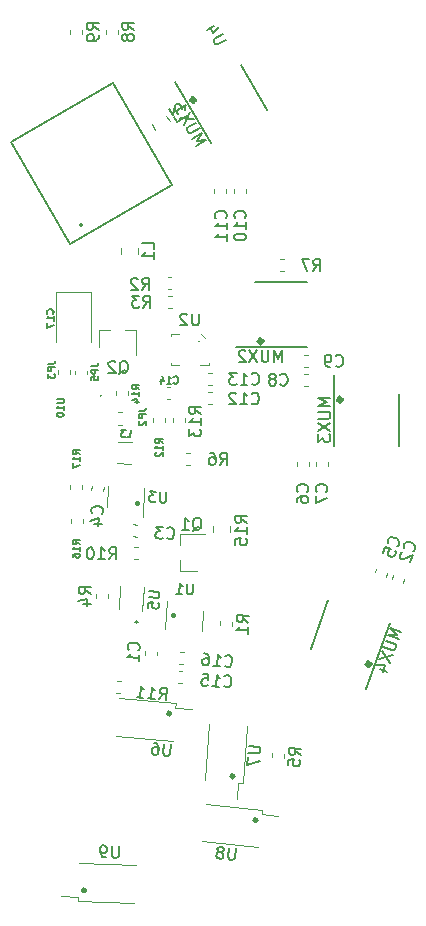
<source format=gbo>
G04 #@! TF.GenerationSoftware,KiCad,Pcbnew,(5.0.0)*
G04 #@! TF.CreationDate,2020-01-29T13:40:55+01:00*
G04 #@! TF.ProjectId,Insole_PCB,496E736F6C655F5043422E6B69636164,rev?*
G04 #@! TF.SameCoordinates,Original*
G04 #@! TF.FileFunction,Legend,Bot*
G04 #@! TF.FilePolarity,Positive*
%FSLAX46Y46*%
G04 Gerber Fmt 4.6, Leading zero omitted, Abs format (unit mm)*
G04 Created by KiCad (PCBNEW (5.0.0)) date 01/29/20 13:40:55*
%MOMM*%
%LPD*%
G01*
G04 APERTURE LIST*
%ADD10C,0.200000*%
%ADD11C,0.100000*%
%ADD12C,0.120000*%
%ADD13C,0.400000*%
%ADD14C,0.150000*%
%ADD15C,0.300000*%
G04 APERTURE END LIST*
D10*
G04 #@! TO.C,U2*
X196549453Y-166460707D02*
G75*
G03X196549453Y-166460707I0J0D01*
G01*
D11*
X194149453Y-165860707D02*
X194149453Y-166080707D01*
X194869453Y-165860707D02*
X194149453Y-165860707D01*
X194149453Y-168560707D02*
X194869453Y-168560707D01*
X194149453Y-168340707D02*
X194149453Y-168560707D01*
X197349453Y-168560707D02*
X197349453Y-168340707D01*
X197349453Y-168560707D02*
X196629453Y-168560707D01*
X197049453Y-166260707D02*
X196699453Y-165910707D01*
D12*
G04 #@! TO.C,C1*
X192969566Y-192783900D02*
X192946856Y-193108665D01*
X191952050Y-192712749D02*
X191929340Y-193037514D01*
G04 #@! TO.C,C2*
X213934370Y-186682175D02*
X213823023Y-186988099D01*
X212975883Y-186333315D02*
X212864536Y-186639239D01*
G04 #@! TO.C,C3*
X190983588Y-182012887D02*
X191308700Y-182029925D01*
X190930206Y-183031489D02*
X191255318Y-183048527D01*
G04 #@! TO.C,C4*
X188457566Y-178871900D02*
X188434856Y-179196665D01*
X187440050Y-178800749D02*
X187417340Y-179125514D01*
G04 #@! TO.C,C5*
X212484370Y-186132175D02*
X212373023Y-186438099D01*
X211525883Y-185783315D02*
X211414536Y-186089239D01*
G04 #@! TO.C,C6*
X204839453Y-177060986D02*
X204839453Y-176735428D01*
X205859453Y-177060986D02*
X205859453Y-176735428D01*
G04 #@! TO.C,C7*
X206439453Y-177073486D02*
X206439453Y-176747928D01*
X207459453Y-177073486D02*
X207459453Y-176747928D01*
G04 #@! TO.C,C8*
X205399174Y-169300707D02*
X205724732Y-169300707D01*
X205399174Y-170320707D02*
X205724732Y-170320707D01*
G04 #@! TO.C,C9*
X205399174Y-167700707D02*
X205724732Y-167700707D01*
X205399174Y-168720707D02*
X205724732Y-168720707D01*
G04 #@! TO.C,C10*
X199464453Y-153935986D02*
X199464453Y-153610428D01*
X200484453Y-153935986D02*
X200484453Y-153610428D01*
G04 #@! TO.C,C11*
X197839453Y-153948486D02*
X197839453Y-153622928D01*
X198859453Y-153948486D02*
X198859453Y-153622928D01*
G04 #@! TO.C,C12*
X197599732Y-171820707D02*
X197274174Y-171820707D01*
X197599732Y-170800707D02*
X197274174Y-170800707D01*
G04 #@! TO.C,C13*
X197599732Y-170220707D02*
X197274174Y-170220707D01*
X197599732Y-169200707D02*
X197274174Y-169200707D01*
G04 #@! TO.C,C14*
X193786674Y-170400707D02*
X194112232Y-170400707D01*
X193786674Y-171420707D02*
X194112232Y-171420707D01*
G04 #@! TO.C,L1*
X189909453Y-159116959D02*
X189909453Y-158594455D01*
X191329453Y-159116959D02*
X191329453Y-158594455D01*
G04 #@! TO.C,L2*
X192815201Y-148601958D02*
X192553949Y-148149456D01*
X194044957Y-147891958D02*
X193783705Y-147439456D01*
D13*
G04 #@! TO.C,MUX1*
X196165709Y-146088464D02*
G75*
G03X196165709Y-146088464I-158114J0D01*
G01*
D14*
X194537082Y-144541461D02*
X197524582Y-149715963D01*
X200109372Y-143142951D02*
X202309372Y-146953463D01*
D13*
G04 #@! TO.C,MUX2*
X201907567Y-166510707D02*
G75*
G03X201907567Y-166510707I-158114J0D01*
G01*
D14*
X199674453Y-167010707D02*
X205649453Y-167010707D01*
X201249453Y-161485707D02*
X205649453Y-161485707D01*
D13*
G04 #@! TO.C,MUX3*
X208607567Y-171460707D02*
G75*
G03X208607567Y-171460707I-158114J0D01*
G01*
D14*
X207949453Y-169385707D02*
X207949453Y-175360707D01*
X213474453Y-170960707D02*
X213474453Y-175360707D01*
D13*
G04 #@! TO.C,MUX4*
X211037426Y-193844831D02*
G75*
G03X211037426Y-193844831I-158114J0D01*
G01*
D14*
X210639466Y-195965703D02*
X212683037Y-190351040D01*
X205986346Y-192596026D02*
X207491235Y-188461378D01*
D12*
G04 #@! TO.C,Q2*
X188069453Y-165550707D02*
X188069453Y-167010707D01*
X191229453Y-165550707D02*
X191229453Y-167710707D01*
X191229453Y-165550707D02*
X190299453Y-165550707D01*
X188069453Y-165550707D02*
X188999453Y-165550707D01*
G04 #@! TO.C,R1*
X198312848Y-190530151D02*
X198329886Y-190205039D01*
X199331450Y-190583533D02*
X199348488Y-190258421D01*
G04 #@! TO.C,R2*
X193874174Y-161100707D02*
X194199732Y-161100707D01*
X193874174Y-162120707D02*
X194199732Y-162120707D01*
G04 #@! TO.C,R3*
X193886674Y-162700707D02*
X194212232Y-162700707D01*
X193886674Y-163720707D02*
X194212232Y-163720707D01*
G04 #@! TO.C,R4*
X188849453Y-187917928D02*
X188849453Y-188243486D01*
X187829453Y-187917928D02*
X187829453Y-188243486D01*
G04 #@! TO.C,R5*
X202729340Y-201737514D02*
X202752050Y-201412749D01*
X203746856Y-201808665D02*
X203769566Y-201483900D01*
G04 #@! TO.C,R6*
X195474174Y-176000707D02*
X195799732Y-176000707D01*
X195474174Y-177020707D02*
X195799732Y-177020707D01*
G04 #@! TO.C,R7*
X203386674Y-159550707D02*
X203712232Y-159550707D01*
X203386674Y-160570707D02*
X203712232Y-160570707D01*
G04 #@! TO.C,R8*
X188639453Y-140460986D02*
X188639453Y-140135428D01*
X189659453Y-140460986D02*
X189659453Y-140135428D01*
G04 #@! TO.C,R9*
X185639453Y-140473486D02*
X185639453Y-140147928D01*
X186659453Y-140473486D02*
X186659453Y-140147928D01*
G04 #@! TO.C,R10*
X191021174Y-183942707D02*
X191346732Y-183942707D01*
X191021174Y-184962707D02*
X191346732Y-184962707D01*
G04 #@! TO.C,R11*
X189851666Y-196332953D02*
X189527347Y-196304579D01*
X189940565Y-195316835D02*
X189616246Y-195288461D01*
G04 #@! TO.C,R12*
X192639453Y-173360986D02*
X192639453Y-173035428D01*
X193659453Y-173360986D02*
X193659453Y-173035428D01*
G04 #@! TO.C,R13*
X195359453Y-173047928D02*
X195359453Y-173373486D01*
X194339453Y-173047928D02*
X194339453Y-173373486D01*
G04 #@! TO.C,R14*
X189539453Y-171085986D02*
X189539453Y-170760428D01*
X190559453Y-171085986D02*
X190559453Y-170760428D01*
D13*
G04 #@! TO.C,U1*
X194321689Y-189661536D02*
G75*
G03X194321689Y-189661536I0J0D01*
G01*
D12*
X193695467Y-190910474D02*
X193822643Y-188483804D01*
X196853371Y-189313557D02*
X196761259Y-191071145D01*
D13*
G04 #@! TO.C,U3*
X191257217Y-180189878D02*
G75*
G03X191257217Y-180189878I0J0D01*
G01*
D12*
X191883439Y-178940940D02*
X191756263Y-181367610D01*
X188725535Y-180537857D02*
X188817647Y-178780269D01*
D15*
G04 #@! TO.C,U4*
X186575929Y-156638014D02*
G75*
G03X186575929Y-156638014I0J0D01*
G01*
D14*
X194282241Y-153285738D02*
X185621987Y-158285738D01*
X189282241Y-144625484D02*
X194282241Y-153285738D01*
X180621987Y-149625484D02*
X189282241Y-144625484D01*
X185621987Y-158285738D02*
X180621987Y-149625484D01*
D10*
G04 #@! TO.C,U5*
X191358234Y-190304665D02*
G75*
G02X191158722Y-190290713I-99756J6976D01*
G01*
X191158721Y-190290713D02*
G75*
G02X191358235Y-190304665I99757J-6976D01*
G01*
X191158722Y-190290713D02*
X191158722Y-190290713D01*
X191358235Y-190304665D02*
X191358235Y-190304665D01*
D11*
X189871645Y-187193386D02*
X189732132Y-189188515D01*
X191866774Y-187332899D02*
X191727261Y-189328028D01*
D13*
G04 #@! TO.C,U6*
X194069584Y-198028776D02*
G75*
G03X194069584Y-198028776I-70710J0D01*
G01*
D12*
X194300000Y-200323754D02*
X189518265Y-199905407D01*
X194578898Y-197135931D02*
X189797163Y-196717584D01*
X194544036Y-197534409D02*
X195938708Y-197656427D01*
X194578898Y-197135931D02*
X194544036Y-197534409D01*
D13*
G04 #@! TO.C,U7*
X199436042Y-203351420D02*
G75*
G03X199436042Y-203351420I-70710J0D01*
G01*
D12*
X197075959Y-203692553D02*
X197410790Y-198904245D01*
X200268164Y-203915774D02*
X200602995Y-199127466D01*
X199869139Y-203887871D02*
X199771480Y-205284461D01*
X200268164Y-203915774D02*
X199869139Y-203887871D01*
D13*
G04 #@! TO.C,U8*
X201377698Y-207062872D02*
G75*
G03X201377698Y-207062872I-70710J0D01*
G01*
D12*
X201568015Y-209362756D02*
X196794310Y-208861019D01*
X201902506Y-206180285D02*
X197128801Y-205678549D01*
X201860694Y-206578094D02*
X203253025Y-206724434D01*
X201902506Y-206180285D02*
X201860694Y-206578094D01*
D13*
G04 #@! TO.C,U9*
X186868637Y-213004002D02*
G75*
G03X186868637Y-213004002I-70711J0D01*
G01*
D12*
X186377103Y-210727929D02*
X191174179Y-210895447D01*
X186265425Y-213925980D02*
X191062501Y-214093497D01*
X186279385Y-213526223D02*
X184880237Y-213477364D01*
X186265425Y-213925980D02*
X186279385Y-213526223D01*
G04 #@! TO.C,C15*
X194808228Y-194395527D02*
X195132993Y-194418237D01*
X194737077Y-195413043D02*
X195061842Y-195435753D01*
G04 #@! TO.C,C16*
X194927647Y-192825593D02*
X195252412Y-192848303D01*
X194856496Y-193843109D02*
X195181261Y-193865819D01*
G04 #@! TO.C,C17*
X187409453Y-162340707D02*
X187409453Y-166550707D01*
X184389453Y-162340707D02*
X187409453Y-162340707D01*
X184389453Y-166550707D02*
X184389453Y-162340707D01*
G04 #@! TO.C,L3*
X190872318Y-175073464D02*
X189669840Y-175010445D01*
X190777066Y-176890969D02*
X189574588Y-176827950D01*
G04 #@! TO.C,Q1*
X194889453Y-185950707D02*
X194889453Y-185020707D01*
X194889453Y-182790707D02*
X194889453Y-183720707D01*
X194889453Y-182790707D02*
X197049453Y-182790707D01*
X194889453Y-185950707D02*
X196349453Y-185950707D01*
G04 #@! TO.C,R15*
X197729453Y-182174629D02*
X197729453Y-182691785D01*
X199149453Y-182174629D02*
X199149453Y-182691785D01*
G04 #@! TO.C,JP2*
X189982232Y-172540707D02*
X189656674Y-172540707D01*
X189982232Y-173560707D02*
X189656674Y-173560707D01*
G04 #@! TO.C,JP3*
X185589453Y-169303486D02*
X185589453Y-168977928D01*
X184569453Y-169303486D02*
X184569453Y-168977928D01*
G04 #@! TO.C,JP5*
X186059453Y-169323486D02*
X186059453Y-168997928D01*
X187079453Y-169323486D02*
X187079453Y-168997928D01*
G04 #@! TO.C,R16*
X185659453Y-181567928D02*
X185659453Y-181893486D01*
X186679453Y-181567928D02*
X186679453Y-181893486D01*
G04 #@! TO.C,R17*
X185649453Y-179033486D02*
X185649453Y-178707928D01*
X186669453Y-179033486D02*
X186669453Y-178707928D01*
D10*
G04 #@! TO.C,U10*
X188233453Y-171138707D02*
G75*
G03X188233453Y-171138707I-25000J0D01*
G01*
G04 #@! TO.C,U2*
D14*
X196511357Y-164163087D02*
X196511357Y-164972611D01*
X196463738Y-165067849D01*
X196416119Y-165115468D01*
X196320881Y-165163087D01*
X196130405Y-165163087D01*
X196035167Y-165115468D01*
X195987548Y-165067849D01*
X195939929Y-164972611D01*
X195939929Y-164163087D01*
X195511357Y-164258326D02*
X195463738Y-164210707D01*
X195368500Y-164163087D01*
X195130405Y-164163087D01*
X195035167Y-164210707D01*
X194987548Y-164258326D01*
X194939929Y-164353564D01*
X194939929Y-164448802D01*
X194987548Y-164591659D01*
X195558976Y-165163087D01*
X194939929Y-165163087D01*
G04 #@! TO.C,C1*
X191390834Y-192669607D02*
X191441659Y-192625426D01*
X191499128Y-192486238D01*
X191505771Y-192391232D01*
X191468233Y-192245401D01*
X191379871Y-192143752D01*
X191288186Y-192089605D01*
X191101496Y-192028815D01*
X190958987Y-192018850D01*
X190765653Y-192053066D01*
X190667325Y-192093926D01*
X190565675Y-192182288D01*
X190508207Y-192321476D01*
X190501563Y-192416482D01*
X190539101Y-192562313D01*
X190583283Y-192613137D01*
X191419406Y-193626311D02*
X191459267Y-193056275D01*
X191439336Y-193341293D02*
X190441772Y-193271537D01*
X190590925Y-193186496D01*
X190692574Y-193098133D01*
X190746721Y-193006449D01*
G04 #@! TO.C,C2*
X214642060Y-184276241D02*
X214703094Y-184247781D01*
X214796702Y-184129825D01*
X214829275Y-184040331D01*
X214833388Y-183889802D01*
X214776467Y-183767734D01*
X214703259Y-183690414D01*
X214540556Y-183580520D01*
X214406314Y-183531660D01*
X214211039Y-183511260D01*
X214105257Y-183523434D01*
X213983190Y-183580356D01*
X213889582Y-183698311D01*
X213857009Y-183787805D01*
X213852896Y-183938334D01*
X213881357Y-183999368D01*
X213751063Y-184357346D02*
X213690029Y-184385806D01*
X213612709Y-184459014D01*
X213531276Y-184682751D01*
X213543449Y-184788532D01*
X213571910Y-184849566D01*
X213645118Y-184926886D01*
X213734612Y-184959460D01*
X213885141Y-184963572D01*
X214617548Y-184622045D01*
X214405821Y-185203760D01*
G04 #@! TO.C,C3*
X193787199Y-183156083D02*
X193832261Y-183206129D01*
X193972430Y-183261159D01*
X194067538Y-183266143D01*
X194212691Y-183226066D01*
X194312783Y-183135943D01*
X194365321Y-183043327D01*
X194422844Y-182855605D01*
X194430320Y-182712943D01*
X194392735Y-182520236D01*
X194350166Y-182422636D01*
X194260043Y-182322544D01*
X194119874Y-182267514D01*
X194024766Y-182262529D01*
X193879613Y-182302607D01*
X193829567Y-182347668D01*
X193501674Y-182235115D02*
X192883475Y-182202717D01*
X193196414Y-182600592D01*
X193053753Y-182593116D01*
X192956153Y-182635685D01*
X192906107Y-182680747D01*
X192853569Y-182773362D01*
X192841108Y-183011131D01*
X192883677Y-183108731D01*
X192928739Y-183158777D01*
X193021354Y-183211315D01*
X193306677Y-183226268D01*
X193404277Y-183183699D01*
X193454323Y-183138637D01*
G04 #@! TO.C,C4*
X188305351Y-181143359D02*
X188356176Y-181099178D01*
X188413645Y-180959990D01*
X188420288Y-180864984D01*
X188382750Y-180719153D01*
X188294388Y-180617504D01*
X188202703Y-180563357D01*
X188016013Y-180502567D01*
X187873504Y-180492602D01*
X187680170Y-180526818D01*
X187581842Y-180567678D01*
X187480192Y-180656040D01*
X187422724Y-180795228D01*
X187416080Y-180890234D01*
X187453618Y-181036065D01*
X187497800Y-181086889D01*
X187675524Y-181958553D02*
X188340566Y-182005057D01*
X187312108Y-181694464D02*
X188041262Y-181506775D01*
X187998080Y-182124314D01*
G04 #@! TO.C,C5*
X213292060Y-183876241D02*
X213353094Y-183847781D01*
X213446702Y-183729825D01*
X213479275Y-183640331D01*
X213483388Y-183489802D01*
X213426467Y-183367734D01*
X213353259Y-183290414D01*
X213190556Y-183180520D01*
X213056314Y-183131660D01*
X212861039Y-183111260D01*
X212755257Y-183123434D01*
X212633190Y-183180356D01*
X212539582Y-183298311D01*
X212507009Y-183387805D01*
X212502896Y-183538334D01*
X212531357Y-183599368D01*
X212132415Y-184416992D02*
X212295282Y-183969520D01*
X212759042Y-184087639D01*
X212698008Y-184116100D01*
X212620687Y-184189308D01*
X212539254Y-184413044D01*
X212551428Y-184518825D01*
X212579888Y-184579859D01*
X212653096Y-184657180D01*
X212876832Y-184738613D01*
X212982614Y-184726439D01*
X213043648Y-184697979D01*
X213120968Y-184624771D01*
X213202401Y-184401034D01*
X213190228Y-184295253D01*
X213161767Y-184234219D01*
G04 #@! TO.C,C6*
X205706595Y-179244040D02*
X205754214Y-179196421D01*
X205801833Y-179053564D01*
X205801833Y-178958326D01*
X205754214Y-178815468D01*
X205658976Y-178720230D01*
X205563738Y-178672611D01*
X205373262Y-178624992D01*
X205230405Y-178624992D01*
X205039929Y-178672611D01*
X204944691Y-178720230D01*
X204849453Y-178815468D01*
X204801833Y-178958326D01*
X204801833Y-179053564D01*
X204849453Y-179196421D01*
X204897072Y-179244040D01*
X204801833Y-180101183D02*
X204801833Y-179910707D01*
X204849453Y-179815468D01*
X204897072Y-179767849D01*
X205039929Y-179672611D01*
X205230405Y-179624992D01*
X205611357Y-179624992D01*
X205706595Y-179672611D01*
X205754214Y-179720230D01*
X205801833Y-179815468D01*
X205801833Y-180005945D01*
X205754214Y-180101183D01*
X205706595Y-180148802D01*
X205611357Y-180196421D01*
X205373262Y-180196421D01*
X205278024Y-180148802D01*
X205230405Y-180101183D01*
X205182786Y-180005945D01*
X205182786Y-179815468D01*
X205230405Y-179720230D01*
X205278024Y-179672611D01*
X205373262Y-179624992D01*
G04 #@! TO.C,C7*
X207306595Y-179244040D02*
X207354214Y-179196421D01*
X207401833Y-179053564D01*
X207401833Y-178958326D01*
X207354214Y-178815468D01*
X207258976Y-178720230D01*
X207163738Y-178672611D01*
X206973262Y-178624992D01*
X206830405Y-178624992D01*
X206639929Y-178672611D01*
X206544691Y-178720230D01*
X206449453Y-178815468D01*
X206401833Y-178958326D01*
X206401833Y-179053564D01*
X206449453Y-179196421D01*
X206497072Y-179244040D01*
X206401833Y-179577373D02*
X206401833Y-180244040D01*
X207401833Y-179815468D01*
G04 #@! TO.C,C8*
X203416119Y-170167849D02*
X203463738Y-170215468D01*
X203606595Y-170263087D01*
X203701833Y-170263087D01*
X203844691Y-170215468D01*
X203939929Y-170120230D01*
X203987548Y-170024992D01*
X204035167Y-169834516D01*
X204035167Y-169691659D01*
X203987548Y-169501183D01*
X203939929Y-169405945D01*
X203844691Y-169310707D01*
X203701833Y-169263087D01*
X203606595Y-169263087D01*
X203463738Y-169310707D01*
X203416119Y-169358326D01*
X202844691Y-169691659D02*
X202939929Y-169644040D01*
X202987548Y-169596421D01*
X203035167Y-169501183D01*
X203035167Y-169453564D01*
X202987548Y-169358326D01*
X202939929Y-169310707D01*
X202844691Y-169263087D01*
X202654214Y-169263087D01*
X202558976Y-169310707D01*
X202511357Y-169358326D01*
X202463738Y-169453564D01*
X202463738Y-169501183D01*
X202511357Y-169596421D01*
X202558976Y-169644040D01*
X202654214Y-169691659D01*
X202844691Y-169691659D01*
X202939929Y-169739278D01*
X202987548Y-169786897D01*
X203035167Y-169882135D01*
X203035167Y-170072611D01*
X202987548Y-170167849D01*
X202939929Y-170215468D01*
X202844691Y-170263087D01*
X202654214Y-170263087D01*
X202558976Y-170215468D01*
X202511357Y-170167849D01*
X202463738Y-170072611D01*
X202463738Y-169882135D01*
X202511357Y-169786897D01*
X202558976Y-169739278D01*
X202654214Y-169691659D01*
G04 #@! TO.C,C9*
X208116119Y-168567849D02*
X208163738Y-168615468D01*
X208306595Y-168663087D01*
X208401833Y-168663087D01*
X208544691Y-168615468D01*
X208639929Y-168520230D01*
X208687548Y-168424992D01*
X208735167Y-168234516D01*
X208735167Y-168091659D01*
X208687548Y-167901183D01*
X208639929Y-167805945D01*
X208544691Y-167710707D01*
X208401833Y-167663087D01*
X208306595Y-167663087D01*
X208163738Y-167710707D01*
X208116119Y-167758326D01*
X207639929Y-168663087D02*
X207449453Y-168663087D01*
X207354214Y-168615468D01*
X207306595Y-168567849D01*
X207211357Y-168424992D01*
X207163738Y-168234516D01*
X207163738Y-167853564D01*
X207211357Y-167758326D01*
X207258976Y-167710707D01*
X207354214Y-167663087D01*
X207544691Y-167663087D01*
X207639929Y-167710707D01*
X207687548Y-167758326D01*
X207735167Y-167853564D01*
X207735167Y-168091659D01*
X207687548Y-168186897D01*
X207639929Y-168234516D01*
X207544691Y-168282135D01*
X207354214Y-168282135D01*
X207258976Y-168234516D01*
X207211357Y-168186897D01*
X207163738Y-168091659D01*
G04 #@! TO.C,C10*
X200406595Y-156067849D02*
X200454214Y-156020230D01*
X200501833Y-155877373D01*
X200501833Y-155782135D01*
X200454214Y-155639278D01*
X200358976Y-155544040D01*
X200263738Y-155496421D01*
X200073262Y-155448802D01*
X199930405Y-155448802D01*
X199739929Y-155496421D01*
X199644691Y-155544040D01*
X199549453Y-155639278D01*
X199501833Y-155782135D01*
X199501833Y-155877373D01*
X199549453Y-156020230D01*
X199597072Y-156067849D01*
X200501833Y-157020230D02*
X200501833Y-156448802D01*
X200501833Y-156734516D02*
X199501833Y-156734516D01*
X199644691Y-156639278D01*
X199739929Y-156544040D01*
X199787548Y-156448802D01*
X199501833Y-157639278D02*
X199501833Y-157734516D01*
X199549453Y-157829754D01*
X199597072Y-157877373D01*
X199692310Y-157924992D01*
X199882786Y-157972611D01*
X200120881Y-157972611D01*
X200311357Y-157924992D01*
X200406595Y-157877373D01*
X200454214Y-157829754D01*
X200501833Y-157734516D01*
X200501833Y-157639278D01*
X200454214Y-157544040D01*
X200406595Y-157496421D01*
X200311357Y-157448802D01*
X200120881Y-157401183D01*
X199882786Y-157401183D01*
X199692310Y-157448802D01*
X199597072Y-157496421D01*
X199549453Y-157544040D01*
X199501833Y-157639278D01*
G04 #@! TO.C,C11*
X198781595Y-156092849D02*
X198829214Y-156045230D01*
X198876833Y-155902373D01*
X198876833Y-155807135D01*
X198829214Y-155664278D01*
X198733976Y-155569040D01*
X198638738Y-155521421D01*
X198448262Y-155473802D01*
X198305405Y-155473802D01*
X198114929Y-155521421D01*
X198019691Y-155569040D01*
X197924453Y-155664278D01*
X197876833Y-155807135D01*
X197876833Y-155902373D01*
X197924453Y-156045230D01*
X197972072Y-156092849D01*
X198876833Y-157045230D02*
X198876833Y-156473802D01*
X198876833Y-156759516D02*
X197876833Y-156759516D01*
X198019691Y-156664278D01*
X198114929Y-156569040D01*
X198162548Y-156473802D01*
X198876833Y-157997611D02*
X198876833Y-157426183D01*
X198876833Y-157711897D02*
X197876833Y-157711897D01*
X198019691Y-157616659D01*
X198114929Y-157521421D01*
X198162548Y-157426183D01*
G04 #@! TO.C,C12*
X200992310Y-171767849D02*
X201039929Y-171815468D01*
X201182786Y-171863087D01*
X201278024Y-171863087D01*
X201420881Y-171815468D01*
X201516119Y-171720230D01*
X201563738Y-171624992D01*
X201611357Y-171434516D01*
X201611357Y-171291659D01*
X201563738Y-171101183D01*
X201516119Y-171005945D01*
X201420881Y-170910707D01*
X201278024Y-170863087D01*
X201182786Y-170863087D01*
X201039929Y-170910707D01*
X200992310Y-170958326D01*
X200039929Y-171863087D02*
X200611357Y-171863087D01*
X200325643Y-171863087D02*
X200325643Y-170863087D01*
X200420881Y-171005945D01*
X200516119Y-171101183D01*
X200611357Y-171148802D01*
X199658976Y-170958326D02*
X199611357Y-170910707D01*
X199516119Y-170863087D01*
X199278024Y-170863087D01*
X199182786Y-170910707D01*
X199135167Y-170958326D01*
X199087548Y-171053564D01*
X199087548Y-171148802D01*
X199135167Y-171291659D01*
X199706595Y-171863087D01*
X199087548Y-171863087D01*
G04 #@! TO.C,C13*
X201002310Y-170097849D02*
X201049929Y-170145468D01*
X201192786Y-170193087D01*
X201288024Y-170193087D01*
X201430881Y-170145468D01*
X201526119Y-170050230D01*
X201573738Y-169954992D01*
X201621357Y-169764516D01*
X201621357Y-169621659D01*
X201573738Y-169431183D01*
X201526119Y-169335945D01*
X201430881Y-169240707D01*
X201288024Y-169193087D01*
X201192786Y-169193087D01*
X201049929Y-169240707D01*
X201002310Y-169288326D01*
X200049929Y-170193087D02*
X200621357Y-170193087D01*
X200335643Y-170193087D02*
X200335643Y-169193087D01*
X200430881Y-169335945D01*
X200526119Y-169431183D01*
X200621357Y-169478802D01*
X199716595Y-169193087D02*
X199097548Y-169193087D01*
X199430881Y-169574040D01*
X199288024Y-169574040D01*
X199192786Y-169621659D01*
X199145167Y-169669278D01*
X199097548Y-169764516D01*
X199097548Y-170002611D01*
X199145167Y-170097849D01*
X199192786Y-170145468D01*
X199288024Y-170193087D01*
X199573738Y-170193087D01*
X199668976Y-170145468D01*
X199716595Y-170097849D01*
G04 #@! TO.C,C14*
X194375167Y-170034992D02*
X194403738Y-170063564D01*
X194489453Y-170092135D01*
X194546595Y-170092135D01*
X194632310Y-170063564D01*
X194689453Y-170006421D01*
X194718024Y-169949278D01*
X194746595Y-169834992D01*
X194746595Y-169749278D01*
X194718024Y-169634992D01*
X194689453Y-169577849D01*
X194632310Y-169520707D01*
X194546595Y-169492135D01*
X194489453Y-169492135D01*
X194403738Y-169520707D01*
X194375167Y-169549278D01*
X193803738Y-170092135D02*
X194146595Y-170092135D01*
X193975167Y-170092135D02*
X193975167Y-169492135D01*
X194032310Y-169577849D01*
X194089453Y-169634992D01*
X194146595Y-169663564D01*
X193289453Y-169692135D02*
X193289453Y-170092135D01*
X193432310Y-169463564D02*
X193575167Y-169892135D01*
X193203738Y-169892135D01*
G04 #@! TO.C,L1*
X192721833Y-158689040D02*
X192721833Y-158212849D01*
X191721833Y-158212849D01*
X192721833Y-159546183D02*
X192721833Y-158974754D01*
X192721833Y-159260468D02*
X191721833Y-159260468D01*
X191864691Y-159165230D01*
X191959929Y-159069992D01*
X192007548Y-158974754D01*
G04 #@! TO.C,L2*
X194419954Y-147566235D02*
X194658050Y-147978628D01*
X195524075Y-147478628D01*
X195060644Y-146866418D02*
X195078074Y-146801369D01*
X195071694Y-146695081D01*
X194952647Y-146488884D01*
X194863788Y-146430215D01*
X194798739Y-146412785D01*
X194692451Y-146419165D01*
X194609973Y-146466784D01*
X194510064Y-146579452D01*
X194300907Y-147360038D01*
X193991383Y-146823927D01*
G04 #@! TO.C,MUX1*
X196288051Y-149978991D02*
X197154076Y-149478991D01*
X196368820Y-149547458D01*
X196820743Y-148901640D01*
X195954718Y-149401640D01*
X196582648Y-148489247D02*
X195881580Y-148894009D01*
X195775292Y-148900389D01*
X195710243Y-148882959D01*
X195621384Y-148824290D01*
X195526146Y-148659333D01*
X195519767Y-148553045D01*
X195537196Y-148487996D01*
X195595865Y-148399137D01*
X196296934Y-147994376D01*
X196106457Y-147664461D02*
X194907099Y-147587111D01*
X195773124Y-147087111D02*
X195240432Y-148164461D01*
X194454718Y-146803564D02*
X194740432Y-147298436D01*
X194597575Y-147051000D02*
X195463600Y-146551000D01*
X195387501Y-146704907D01*
X195352642Y-146835005D01*
X195359022Y-146941293D01*
G04 #@! TO.C,MUX2*
X203558976Y-168263087D02*
X203558976Y-167263087D01*
X203225643Y-167977373D01*
X202892310Y-167263087D01*
X202892310Y-168263087D01*
X202416119Y-167263087D02*
X202416119Y-168072611D01*
X202368500Y-168167849D01*
X202320881Y-168215468D01*
X202225643Y-168263087D01*
X202035167Y-168263087D01*
X201939929Y-168215468D01*
X201892310Y-168167849D01*
X201844691Y-168072611D01*
X201844691Y-167263087D01*
X201463738Y-167263087D02*
X200797072Y-168263087D01*
X200797072Y-167263087D02*
X201463738Y-168263087D01*
X200463738Y-167358326D02*
X200416119Y-167310707D01*
X200320881Y-167263087D01*
X200082786Y-167263087D01*
X199987548Y-167310707D01*
X199939929Y-167358326D01*
X199892310Y-167453564D01*
X199892310Y-167548802D01*
X199939929Y-167691659D01*
X200511357Y-168263087D01*
X199892310Y-168263087D01*
G04 #@! TO.C,MUX3*
X207651833Y-171351183D02*
X206651833Y-171351183D01*
X207366119Y-171684516D01*
X206651833Y-172017849D01*
X207651833Y-172017849D01*
X206651833Y-172494040D02*
X207461357Y-172494040D01*
X207556595Y-172541659D01*
X207604214Y-172589278D01*
X207651833Y-172684516D01*
X207651833Y-172874992D01*
X207604214Y-172970230D01*
X207556595Y-173017849D01*
X207461357Y-173065468D01*
X206651833Y-173065468D01*
X206651833Y-173446421D02*
X207651833Y-174113087D01*
X206651833Y-174113087D02*
X207651833Y-173446421D01*
X206651833Y-174398802D02*
X206651833Y-175017849D01*
X207032786Y-174684516D01*
X207032786Y-174827373D01*
X207080405Y-174922611D01*
X207128024Y-174970230D01*
X207223262Y-175017849D01*
X207461357Y-175017849D01*
X207556595Y-174970230D01*
X207604214Y-174922611D01*
X207651833Y-174827373D01*
X207651833Y-174541659D01*
X207604214Y-174446421D01*
X207556595Y-174398802D01*
G04 #@! TO.C,MUX4*
X213679354Y-191129206D02*
X212739662Y-190787186D01*
X213296864Y-191344717D01*
X212511648Y-191413647D01*
X213451341Y-191755667D01*
X212348781Y-191861120D02*
X213109485Y-192137993D01*
X213182693Y-192215314D01*
X213211153Y-192276348D01*
X213223327Y-192382129D01*
X213158181Y-192561118D01*
X213080860Y-192634326D01*
X213019826Y-192662787D01*
X212914045Y-192674961D01*
X212153341Y-192398087D01*
X212023048Y-192756065D02*
X212734727Y-193724547D01*
X211795034Y-193382527D02*
X212962741Y-193098086D01*
X211831392Y-194257237D02*
X212457854Y-194485251D01*
X211554847Y-193903208D02*
X212307489Y-193923771D01*
X212095763Y-194505486D01*
G04 #@! TO.C,Q2*
X189774691Y-169288326D02*
X189869929Y-169240707D01*
X189965167Y-169145468D01*
X190108024Y-169002611D01*
X190203262Y-168954992D01*
X190298500Y-168954992D01*
X190250881Y-169193087D02*
X190346119Y-169145468D01*
X190441357Y-169050230D01*
X190488976Y-168859754D01*
X190488976Y-168526421D01*
X190441357Y-168335945D01*
X190346119Y-168240707D01*
X190250881Y-168193087D01*
X190060405Y-168193087D01*
X189965167Y-168240707D01*
X189869929Y-168335945D01*
X189822310Y-168526421D01*
X189822310Y-168859754D01*
X189869929Y-169050230D01*
X189965167Y-169145468D01*
X190060405Y-169193087D01*
X190250881Y-169193087D01*
X189441357Y-168288326D02*
X189393738Y-168240707D01*
X189298500Y-168193087D01*
X189060405Y-168193087D01*
X188965167Y-168240707D01*
X188917548Y-168288326D01*
X188869929Y-168383564D01*
X188869929Y-168478802D01*
X188917548Y-168621659D01*
X189488976Y-169193087D01*
X188869929Y-169193087D01*
G04 #@! TO.C,R1*
X200719191Y-190326363D02*
X200261099Y-189968565D01*
X200749097Y-189755718D02*
X199750468Y-189703382D01*
X199730530Y-190083812D01*
X199773100Y-190181412D01*
X199818161Y-190231458D01*
X199910777Y-190283996D01*
X200053438Y-190291472D01*
X200151038Y-190248903D01*
X200201084Y-190203841D01*
X200253622Y-190111226D01*
X200273560Y-189730796D01*
X200669347Y-191277439D02*
X200699254Y-190706793D01*
X200684301Y-190992116D02*
X199685671Y-190939780D01*
X199833317Y-190852149D01*
X199933409Y-190762026D01*
X199985947Y-190669411D01*
G04 #@! TO.C,R2*
X191716119Y-162163087D02*
X192049453Y-161686897D01*
X192287548Y-162163087D02*
X192287548Y-161163087D01*
X191906595Y-161163087D01*
X191811357Y-161210707D01*
X191763738Y-161258326D01*
X191716119Y-161353564D01*
X191716119Y-161496421D01*
X191763738Y-161591659D01*
X191811357Y-161639278D01*
X191906595Y-161686897D01*
X192287548Y-161686897D01*
X191335167Y-161258326D02*
X191287548Y-161210707D01*
X191192310Y-161163087D01*
X190954214Y-161163087D01*
X190858976Y-161210707D01*
X190811357Y-161258326D01*
X190763738Y-161353564D01*
X190763738Y-161448802D01*
X190811357Y-161591659D01*
X191382786Y-162163087D01*
X190763738Y-162163087D01*
G04 #@! TO.C,R3*
X191816119Y-163663087D02*
X192149453Y-163186897D01*
X192387548Y-163663087D02*
X192387548Y-162663087D01*
X192006595Y-162663087D01*
X191911357Y-162710707D01*
X191863738Y-162758326D01*
X191816119Y-162853564D01*
X191816119Y-162996421D01*
X191863738Y-163091659D01*
X191911357Y-163139278D01*
X192006595Y-163186897D01*
X192387548Y-163186897D01*
X191482786Y-162663087D02*
X190863738Y-162663087D01*
X191197072Y-163044040D01*
X191054214Y-163044040D01*
X190958976Y-163091659D01*
X190911357Y-163139278D01*
X190863738Y-163234516D01*
X190863738Y-163472611D01*
X190911357Y-163567849D01*
X190958976Y-163615468D01*
X191054214Y-163663087D01*
X191339929Y-163663087D01*
X191435167Y-163615468D01*
X191482786Y-163567849D01*
G04 #@! TO.C,R4*
X187361833Y-187914040D02*
X186885643Y-187580707D01*
X187361833Y-187342611D02*
X186361833Y-187342611D01*
X186361833Y-187723564D01*
X186409453Y-187818802D01*
X186457072Y-187866421D01*
X186552310Y-187914040D01*
X186695167Y-187914040D01*
X186790405Y-187866421D01*
X186838024Y-187818802D01*
X186885643Y-187723564D01*
X186885643Y-187342611D01*
X186695167Y-188771183D02*
X187361833Y-188771183D01*
X186314214Y-188533087D02*
X187028500Y-188294992D01*
X187028500Y-188914040D01*
G04 #@! TO.C,R5*
X205138875Y-201575754D02*
X204687096Y-201210016D01*
X205178735Y-201005718D02*
X204181171Y-200935961D01*
X204154597Y-201315986D01*
X204195457Y-201414313D01*
X204239638Y-201465138D01*
X204331323Y-201519285D01*
X204473832Y-201529250D01*
X204572160Y-201488390D01*
X204622984Y-201444209D01*
X204677131Y-201352525D01*
X204703705Y-200972500D01*
X204078198Y-202408556D02*
X204111415Y-201933525D01*
X204589767Y-201919240D01*
X204538942Y-201963421D01*
X204484796Y-202055105D01*
X204468187Y-202292621D01*
X204509047Y-202390948D01*
X204553228Y-202441773D01*
X204644912Y-202495920D01*
X204882428Y-202512528D01*
X204980755Y-202471669D01*
X205031580Y-202427487D01*
X205085727Y-202335803D01*
X205102335Y-202098288D01*
X205061476Y-201999960D01*
X205017295Y-201949135D01*
G04 #@! TO.C,R6*
X198316119Y-176963087D02*
X198649453Y-176486897D01*
X198887548Y-176963087D02*
X198887548Y-175963087D01*
X198506595Y-175963087D01*
X198411357Y-176010707D01*
X198363738Y-176058326D01*
X198316119Y-176153564D01*
X198316119Y-176296421D01*
X198363738Y-176391659D01*
X198411357Y-176439278D01*
X198506595Y-176486897D01*
X198887548Y-176486897D01*
X197458976Y-175963087D02*
X197649453Y-175963087D01*
X197744691Y-176010707D01*
X197792310Y-176058326D01*
X197887548Y-176201183D01*
X197935167Y-176391659D01*
X197935167Y-176772611D01*
X197887548Y-176867849D01*
X197839929Y-176915468D01*
X197744691Y-176963087D01*
X197554214Y-176963087D01*
X197458976Y-176915468D01*
X197411357Y-176867849D01*
X197363738Y-176772611D01*
X197363738Y-176534516D01*
X197411357Y-176439278D01*
X197458976Y-176391659D01*
X197554214Y-176344040D01*
X197744691Y-176344040D01*
X197839929Y-176391659D01*
X197887548Y-176439278D01*
X197935167Y-176534516D01*
G04 #@! TO.C,R7*
X206216119Y-160563087D02*
X206549453Y-160086897D01*
X206787548Y-160563087D02*
X206787548Y-159563087D01*
X206406595Y-159563087D01*
X206311357Y-159610707D01*
X206263738Y-159658326D01*
X206216119Y-159753564D01*
X206216119Y-159896421D01*
X206263738Y-159991659D01*
X206311357Y-160039278D01*
X206406595Y-160086897D01*
X206787548Y-160086897D01*
X205882786Y-159563087D02*
X205216119Y-159563087D01*
X205644691Y-160563087D01*
G04 #@! TO.C,R8*
X191031833Y-140131540D02*
X190555643Y-139798207D01*
X191031833Y-139560111D02*
X190031833Y-139560111D01*
X190031833Y-139941064D01*
X190079453Y-140036302D01*
X190127072Y-140083921D01*
X190222310Y-140131540D01*
X190365167Y-140131540D01*
X190460405Y-140083921D01*
X190508024Y-140036302D01*
X190555643Y-139941064D01*
X190555643Y-139560111D01*
X190460405Y-140702968D02*
X190412786Y-140607730D01*
X190365167Y-140560111D01*
X190269929Y-140512492D01*
X190222310Y-140512492D01*
X190127072Y-140560111D01*
X190079453Y-140607730D01*
X190031833Y-140702968D01*
X190031833Y-140893445D01*
X190079453Y-140988683D01*
X190127072Y-141036302D01*
X190222310Y-141083921D01*
X190269929Y-141083921D01*
X190365167Y-141036302D01*
X190412786Y-140988683D01*
X190460405Y-140893445D01*
X190460405Y-140702968D01*
X190508024Y-140607730D01*
X190555643Y-140560111D01*
X190650881Y-140512492D01*
X190841357Y-140512492D01*
X190936595Y-140560111D01*
X190984214Y-140607730D01*
X191031833Y-140702968D01*
X191031833Y-140893445D01*
X190984214Y-140988683D01*
X190936595Y-141036302D01*
X190841357Y-141083921D01*
X190650881Y-141083921D01*
X190555643Y-141036302D01*
X190508024Y-140988683D01*
X190460405Y-140893445D01*
G04 #@! TO.C,R9*
X188031833Y-140144040D02*
X187555643Y-139810707D01*
X188031833Y-139572611D02*
X187031833Y-139572611D01*
X187031833Y-139953564D01*
X187079453Y-140048802D01*
X187127072Y-140096421D01*
X187222310Y-140144040D01*
X187365167Y-140144040D01*
X187460405Y-140096421D01*
X187508024Y-140048802D01*
X187555643Y-139953564D01*
X187555643Y-139572611D01*
X188031833Y-140620230D02*
X188031833Y-140810707D01*
X187984214Y-140905945D01*
X187936595Y-140953564D01*
X187793738Y-141048802D01*
X187603262Y-141096421D01*
X187222310Y-141096421D01*
X187127072Y-141048802D01*
X187079453Y-141001183D01*
X187031833Y-140905945D01*
X187031833Y-140715468D01*
X187079453Y-140620230D01*
X187127072Y-140572611D01*
X187222310Y-140524992D01*
X187460405Y-140524992D01*
X187555643Y-140572611D01*
X187603262Y-140620230D01*
X187650881Y-140715468D01*
X187650881Y-140905945D01*
X187603262Y-141001183D01*
X187555643Y-141048802D01*
X187460405Y-141096421D01*
G04 #@! TO.C,R10*
X188942310Y-184973087D02*
X189275643Y-184496897D01*
X189513738Y-184973087D02*
X189513738Y-183973087D01*
X189132786Y-183973087D01*
X189037548Y-184020707D01*
X188989929Y-184068326D01*
X188942310Y-184163564D01*
X188942310Y-184306421D01*
X188989929Y-184401659D01*
X189037548Y-184449278D01*
X189132786Y-184496897D01*
X189513738Y-184496897D01*
X187989929Y-184973087D02*
X188561357Y-184973087D01*
X188275643Y-184973087D02*
X188275643Y-183973087D01*
X188370881Y-184115945D01*
X188466119Y-184211183D01*
X188561357Y-184258802D01*
X187370881Y-183973087D02*
X187275643Y-183973087D01*
X187180405Y-184020707D01*
X187132786Y-184068326D01*
X187085167Y-184163564D01*
X187037548Y-184354040D01*
X187037548Y-184592135D01*
X187085167Y-184782611D01*
X187132786Y-184877849D01*
X187180405Y-184925468D01*
X187275643Y-184973087D01*
X187370881Y-184973087D01*
X187466119Y-184925468D01*
X187513738Y-184877849D01*
X187561357Y-184782611D01*
X187608976Y-184592135D01*
X187608976Y-184354040D01*
X187561357Y-184163564D01*
X187513738Y-184068326D01*
X187466119Y-184020707D01*
X187370881Y-183973087D01*
G04 #@! TO.C,R11*
X193150436Y-196817395D02*
X193524003Y-196372068D01*
X193719690Y-196867198D02*
X193806846Y-195871003D01*
X193427343Y-195837801D01*
X193328317Y-195876938D01*
X193276729Y-195920226D01*
X193220990Y-196010951D01*
X193208540Y-196153265D01*
X193247677Y-196252291D01*
X193290964Y-196303879D01*
X193381690Y-196359617D01*
X193761193Y-196392820D01*
X192201679Y-196734389D02*
X192770933Y-196784193D01*
X192486306Y-196759291D02*
X192573462Y-195763096D01*
X192655887Y-195913710D01*
X192742462Y-196016886D01*
X192833187Y-196072625D01*
X191252922Y-196651384D02*
X191822176Y-196701187D01*
X191537549Y-196676285D02*
X191624705Y-195680091D01*
X191707130Y-195830705D01*
X191793705Y-195933881D01*
X191884430Y-195989619D01*
G04 #@! TO.C,R12*
X193450881Y-175114992D02*
X193165167Y-174914992D01*
X193450881Y-174772135D02*
X192850881Y-174772135D01*
X192850881Y-175000707D01*
X192879453Y-175057849D01*
X192908024Y-175086421D01*
X192965167Y-175114992D01*
X193050881Y-175114992D01*
X193108024Y-175086421D01*
X193136595Y-175057849D01*
X193165167Y-175000707D01*
X193165167Y-174772135D01*
X193450881Y-175686421D02*
X193450881Y-175343564D01*
X193450881Y-175514992D02*
X192850881Y-175514992D01*
X192936595Y-175457849D01*
X192993738Y-175400707D01*
X193022310Y-175343564D01*
X192908024Y-175914992D02*
X192879453Y-175943564D01*
X192850881Y-176000707D01*
X192850881Y-176143564D01*
X192879453Y-176200707D01*
X192908024Y-176229278D01*
X192965167Y-176257849D01*
X193022310Y-176257849D01*
X193108024Y-176229278D01*
X193450881Y-175886421D01*
X193450881Y-176257849D01*
G04 #@! TO.C,R13*
X196701833Y-172667849D02*
X196225643Y-172334516D01*
X196701833Y-172096421D02*
X195701833Y-172096421D01*
X195701833Y-172477373D01*
X195749453Y-172572611D01*
X195797072Y-172620230D01*
X195892310Y-172667849D01*
X196035167Y-172667849D01*
X196130405Y-172620230D01*
X196178024Y-172572611D01*
X196225643Y-172477373D01*
X196225643Y-172096421D01*
X196701833Y-173620230D02*
X196701833Y-173048802D01*
X196701833Y-173334516D02*
X195701833Y-173334516D01*
X195844691Y-173239278D01*
X195939929Y-173144040D01*
X195987548Y-173048802D01*
X195701833Y-173953564D02*
X195701833Y-174572611D01*
X196082786Y-174239278D01*
X196082786Y-174382135D01*
X196130405Y-174477373D01*
X196178024Y-174524992D01*
X196273262Y-174572611D01*
X196511357Y-174572611D01*
X196606595Y-174524992D01*
X196654214Y-174477373D01*
X196701833Y-174382135D01*
X196701833Y-174096421D01*
X196654214Y-174001183D01*
X196606595Y-173953564D01*
G04 #@! TO.C,R14*
X191490881Y-170574992D02*
X191205167Y-170374992D01*
X191490881Y-170232135D02*
X190890881Y-170232135D01*
X190890881Y-170460707D01*
X190919453Y-170517849D01*
X190948024Y-170546421D01*
X191005167Y-170574992D01*
X191090881Y-170574992D01*
X191148024Y-170546421D01*
X191176595Y-170517849D01*
X191205167Y-170460707D01*
X191205167Y-170232135D01*
X191490881Y-171146421D02*
X191490881Y-170803564D01*
X191490881Y-170974992D02*
X190890881Y-170974992D01*
X190976595Y-170917849D01*
X191033738Y-170860707D01*
X191062310Y-170803564D01*
X191090881Y-171660707D02*
X191490881Y-171660707D01*
X190862310Y-171517849D02*
X191290881Y-171374992D01*
X191290881Y-171746421D01*
G04 #@! TO.C,U1*
X196060021Y-187054412D02*
X196021891Y-187781985D01*
X195974606Y-187865339D01*
X195929565Y-187905895D01*
X195841725Y-187944207D01*
X195670532Y-187935235D01*
X195587178Y-187887951D01*
X195546622Y-187842909D01*
X195508310Y-187755070D01*
X195546440Y-187027497D01*
X194600571Y-187879161D02*
X195114152Y-187906077D01*
X194857362Y-187892619D02*
X194904464Y-186993852D01*
X194983332Y-187126733D01*
X195064443Y-187216816D01*
X195147797Y-187264100D01*
G04 #@! TO.C,U3*
X193760021Y-179284412D02*
X193721891Y-180011985D01*
X193674606Y-180095339D01*
X193629565Y-180135895D01*
X193541725Y-180174207D01*
X193370532Y-180165235D01*
X193287178Y-180117951D01*
X193246622Y-180072909D01*
X193208310Y-179985070D01*
X193246440Y-179257497D01*
X192904053Y-179239553D02*
X192347674Y-179210394D01*
X192629319Y-179568482D01*
X192500924Y-179561753D01*
X192413084Y-179600066D01*
X192368042Y-179640621D01*
X192320758Y-179723975D01*
X192309543Y-179937967D01*
X192347856Y-180025807D01*
X192388411Y-180070848D01*
X192471765Y-180118133D01*
X192728555Y-180131591D01*
X192816395Y-180093278D01*
X192861437Y-180052723D01*
G04 #@! TO.C,U4*
X198832987Y-140972624D02*
X198131919Y-141377386D01*
X198025631Y-141383766D01*
X197960582Y-141366336D01*
X197871723Y-141307667D01*
X197776485Y-141142709D01*
X197770106Y-141036421D01*
X197787535Y-140971372D01*
X197846204Y-140882514D01*
X198547273Y-140477752D01*
X197806217Y-139860872D02*
X197228866Y-140194205D01*
X198255179Y-139876592D02*
X197755637Y-140439932D01*
X197446113Y-139903821D01*
G04 #@! TO.C,U5*
X192305629Y-187692279D02*
X193032426Y-187743101D01*
X193114942Y-187791833D01*
X193154705Y-187837575D01*
X193191478Y-187926070D01*
X193179520Y-188097081D01*
X193130788Y-188179597D01*
X193085046Y-188219360D01*
X192996551Y-188256134D01*
X192269754Y-188205312D01*
X192209963Y-189060366D02*
X192239859Y-188632839D01*
X192670376Y-188619982D01*
X192624633Y-188659745D01*
X192575901Y-188742261D01*
X192560954Y-188956025D01*
X192597727Y-189044520D01*
X192637490Y-189090262D01*
X192720006Y-189138994D01*
X192933770Y-189153942D01*
X193022265Y-189117168D01*
X193068007Y-189077405D01*
X193116739Y-188994889D01*
X193131687Y-188781125D01*
X193094913Y-188692630D01*
X193055150Y-188646888D01*
G04 #@! TO.C,U6*
X194156186Y-200631576D02*
X194085631Y-201438019D01*
X194029893Y-201528744D01*
X193978305Y-201572032D01*
X193879279Y-201611169D01*
X193689528Y-201594568D01*
X193598802Y-201538830D01*
X193555515Y-201487242D01*
X193516377Y-201388216D01*
X193586932Y-200581772D01*
X192685613Y-200502917D02*
X192875364Y-200519518D01*
X192966090Y-200575257D01*
X193009377Y-200626845D01*
X193091802Y-200777459D01*
X193122639Y-200971361D01*
X193089437Y-201350863D01*
X193033698Y-201441589D01*
X192982110Y-201484876D01*
X192883084Y-201524014D01*
X192693333Y-201507412D01*
X192602608Y-201451674D01*
X192559320Y-201400086D01*
X192520183Y-201301060D01*
X192540934Y-201063871D01*
X192596672Y-200973145D01*
X192648261Y-200929858D01*
X192747287Y-200890720D01*
X192937038Y-200907322D01*
X193027763Y-200963060D01*
X193071051Y-201014648D01*
X193110188Y-201113674D01*
G04 #@! TO.C,U7*
X200750469Y-200779874D02*
X201558021Y-200836343D01*
X201649705Y-200890490D01*
X201693887Y-200941315D01*
X201734746Y-201039642D01*
X201721459Y-201229655D01*
X201667313Y-201321339D01*
X201616488Y-201365520D01*
X201518160Y-201406380D01*
X200710608Y-201349910D01*
X200684034Y-201729935D02*
X200637530Y-202394977D01*
X201664990Y-202037206D01*
G04 #@! TO.C,U8*
X199664425Y-209445728D02*
X199579807Y-210250817D01*
X199522494Y-210340556D01*
X199470158Y-210382937D01*
X199370464Y-210420340D01*
X199181031Y-210400430D01*
X199091292Y-210343116D01*
X199048912Y-210290781D01*
X199011509Y-210191087D01*
X199096127Y-209385998D01*
X198435673Y-209747513D02*
X198535367Y-209710110D01*
X198587702Y-209667729D01*
X198645016Y-209577991D01*
X198649993Y-209530632D01*
X198612590Y-209430938D01*
X198570209Y-209378603D01*
X198480471Y-209321289D01*
X198291038Y-209301379D01*
X198191344Y-209338782D01*
X198139008Y-209381163D01*
X198081695Y-209470902D01*
X198076717Y-209518260D01*
X198114120Y-209617954D01*
X198156501Y-209670290D01*
X198246240Y-209727603D01*
X198435673Y-209747513D01*
X198525412Y-209804826D01*
X198567792Y-209857162D01*
X198605195Y-209956856D01*
X198585285Y-210146289D01*
X198527972Y-210236028D01*
X198475636Y-210278408D01*
X198375942Y-210315811D01*
X198186509Y-210295901D01*
X198096771Y-210238588D01*
X198054390Y-210186252D01*
X198016987Y-210086558D01*
X198036897Y-209897125D01*
X198094210Y-209807387D01*
X198146546Y-209765006D01*
X198246240Y-209727603D01*
G04 #@! TO.C,U9*
X189750005Y-209250011D02*
X189721753Y-210059042D01*
X189670839Y-210152560D01*
X189621587Y-210198488D01*
X189524745Y-210242754D01*
X189334385Y-210236107D01*
X189240867Y-210185193D01*
X189194939Y-210135941D01*
X189150672Y-210039099D01*
X189178924Y-209230069D01*
X188620534Y-210211179D02*
X188430174Y-210204531D01*
X188336656Y-210153617D01*
X188290728Y-210104365D01*
X188200533Y-209958272D01*
X188159591Y-209766250D01*
X188172886Y-209385529D01*
X188223800Y-209292011D01*
X188273052Y-209246083D01*
X188369894Y-209201817D01*
X188560254Y-209208464D01*
X188653772Y-209259378D01*
X188699700Y-209308630D01*
X188743966Y-209405472D01*
X188735657Y-209643422D01*
X188684743Y-209736940D01*
X188635491Y-209782868D01*
X188538649Y-209827135D01*
X188348289Y-209820487D01*
X188254771Y-209769573D01*
X188208843Y-209720321D01*
X188164577Y-209623479D01*
G04 #@! TO.C,C15*
X198628060Y-195687276D02*
X198672241Y-195738101D01*
X198811428Y-195795569D01*
X198906434Y-195802212D01*
X199052265Y-195764675D01*
X199153915Y-195676312D01*
X199208061Y-195584628D01*
X199268851Y-195397937D01*
X199278817Y-195255428D01*
X199244601Y-195062094D01*
X199203741Y-194963766D01*
X199115378Y-194862117D01*
X198976191Y-194804648D01*
X198881185Y-194798005D01*
X198735354Y-194835543D01*
X198684529Y-194879724D01*
X197671355Y-195715847D02*
X198241392Y-195755708D01*
X197956373Y-195735778D02*
X198026130Y-194738214D01*
X198111171Y-194887366D01*
X198199533Y-194989016D01*
X198291218Y-195043162D01*
X196838554Y-194655170D02*
X197313584Y-194688388D01*
X197327870Y-195166740D01*
X197283689Y-195115915D01*
X197192004Y-195061768D01*
X196954489Y-195045160D01*
X196856161Y-195086019D01*
X196805336Y-195130201D01*
X196751190Y-195221885D01*
X196734581Y-195459400D01*
X196775441Y-195557728D01*
X196819622Y-195608553D01*
X196911306Y-195662699D01*
X197148822Y-195679308D01*
X197247149Y-195638449D01*
X197297974Y-195594267D01*
G04 #@! TO.C,C16*
X198707367Y-193974195D02*
X198751548Y-194025020D01*
X198890735Y-194082488D01*
X198985741Y-194089131D01*
X199131572Y-194051594D01*
X199233222Y-193963231D01*
X199287368Y-193871547D01*
X199348158Y-193684856D01*
X199358124Y-193542347D01*
X199323908Y-193349013D01*
X199283048Y-193250685D01*
X199194685Y-193149036D01*
X199055498Y-193091567D01*
X198960492Y-193084924D01*
X198814661Y-193122462D01*
X198763836Y-193166643D01*
X197750662Y-194002766D02*
X198320699Y-194042627D01*
X198035680Y-194022697D02*
X198105437Y-193025133D01*
X198190478Y-193174285D01*
X198278840Y-193275935D01*
X198370525Y-193330081D01*
X196965364Y-192945411D02*
X197155376Y-192958698D01*
X197247060Y-193012844D01*
X197291242Y-193063669D01*
X197376283Y-193212822D01*
X197410499Y-193406156D01*
X197383925Y-193786180D01*
X197329778Y-193877864D01*
X197278953Y-193922046D01*
X197180626Y-193962905D01*
X196990613Y-193949618D01*
X196898929Y-193895472D01*
X196854748Y-193844647D01*
X196813888Y-193746319D01*
X196830497Y-193508804D01*
X196884643Y-193417120D01*
X196935468Y-193372938D01*
X197033796Y-193332079D01*
X197223808Y-193345366D01*
X197315493Y-193399512D01*
X197359674Y-193450337D01*
X197400533Y-193548665D01*
G04 #@! TO.C,C17*
X184183738Y-164184992D02*
X184212310Y-164156421D01*
X184240881Y-164070707D01*
X184240881Y-164013564D01*
X184212310Y-163927849D01*
X184155167Y-163870707D01*
X184098024Y-163842135D01*
X183983738Y-163813564D01*
X183898024Y-163813564D01*
X183783738Y-163842135D01*
X183726595Y-163870707D01*
X183669453Y-163927849D01*
X183640881Y-164013564D01*
X183640881Y-164070707D01*
X183669453Y-164156421D01*
X183698024Y-164184992D01*
X184240881Y-164756421D02*
X184240881Y-164413564D01*
X184240881Y-164584992D02*
X183640881Y-164584992D01*
X183726595Y-164527849D01*
X183783738Y-164470707D01*
X183812310Y-164413564D01*
X183640881Y-164956421D02*
X183640881Y-165356421D01*
X184240881Y-165099278D01*
G04 #@! TO.C,L3*
X190435110Y-174616997D02*
X190720433Y-174631950D01*
X190751834Y-174032772D01*
X190323850Y-174010342D02*
X189952931Y-173990903D01*
X190140694Y-174229629D01*
X190055097Y-174225143D01*
X189996537Y-174250684D01*
X189966510Y-174277721D01*
X189934987Y-174333291D01*
X189927510Y-174475952D01*
X189953052Y-174534512D01*
X189980089Y-174564539D01*
X190035658Y-174596062D01*
X190206852Y-174605034D01*
X190265412Y-174579493D01*
X190295439Y-174552456D01*
G04 #@! TO.C,Q1*
X196004691Y-182548326D02*
X196099929Y-182500707D01*
X196195167Y-182405468D01*
X196338024Y-182262611D01*
X196433262Y-182214992D01*
X196528500Y-182214992D01*
X196480881Y-182453087D02*
X196576119Y-182405468D01*
X196671357Y-182310230D01*
X196718976Y-182119754D01*
X196718976Y-181786421D01*
X196671357Y-181595945D01*
X196576119Y-181500707D01*
X196480881Y-181453087D01*
X196290405Y-181453087D01*
X196195167Y-181500707D01*
X196099929Y-181595945D01*
X196052310Y-181786421D01*
X196052310Y-182119754D01*
X196099929Y-182310230D01*
X196195167Y-182405468D01*
X196290405Y-182453087D01*
X196480881Y-182453087D01*
X195099929Y-182453087D02*
X195671357Y-182453087D01*
X195385643Y-182453087D02*
X195385643Y-181453087D01*
X195480881Y-181595945D01*
X195576119Y-181691183D01*
X195671357Y-181738802D01*
G04 #@! TO.C,R15*
X200591833Y-181877849D02*
X200115643Y-181544516D01*
X200591833Y-181306421D02*
X199591833Y-181306421D01*
X199591833Y-181687373D01*
X199639453Y-181782611D01*
X199687072Y-181830230D01*
X199782310Y-181877849D01*
X199925167Y-181877849D01*
X200020405Y-181830230D01*
X200068024Y-181782611D01*
X200115643Y-181687373D01*
X200115643Y-181306421D01*
X200591833Y-182830230D02*
X200591833Y-182258802D01*
X200591833Y-182544516D02*
X199591833Y-182544516D01*
X199734691Y-182449278D01*
X199829929Y-182354040D01*
X199877548Y-182258802D01*
X199591833Y-183734992D02*
X199591833Y-183258802D01*
X200068024Y-183211183D01*
X200020405Y-183258802D01*
X199972786Y-183354040D01*
X199972786Y-183592135D01*
X200020405Y-183687373D01*
X200068024Y-183734992D01*
X200163262Y-183782611D01*
X200401357Y-183782611D01*
X200496595Y-183734992D01*
X200544214Y-183687373D01*
X200591833Y-183592135D01*
X200591833Y-183354040D01*
X200544214Y-183258802D01*
X200496595Y-183211183D01*
G04 #@! TO.C,JP2*
X191418881Y-172402707D02*
X191847453Y-172402707D01*
X191933167Y-172374135D01*
X191990310Y-172316992D01*
X192018881Y-172231278D01*
X192018881Y-172174135D01*
X192018881Y-172688421D02*
X191418881Y-172688421D01*
X191418881Y-172916992D01*
X191447453Y-172974135D01*
X191476024Y-173002707D01*
X191533167Y-173031278D01*
X191618881Y-173031278D01*
X191676024Y-173002707D01*
X191704595Y-172974135D01*
X191733167Y-172916992D01*
X191733167Y-172688421D01*
X191476024Y-173259849D02*
X191447453Y-173288421D01*
X191418881Y-173345564D01*
X191418881Y-173488421D01*
X191447453Y-173545564D01*
X191476024Y-173574135D01*
X191533167Y-173602707D01*
X191590310Y-173602707D01*
X191676024Y-173574135D01*
X192018881Y-173231278D01*
X192018881Y-173602707D01*
G04 #@! TO.C,JP3*
X183730881Y-168420707D02*
X184159453Y-168420707D01*
X184245167Y-168392135D01*
X184302310Y-168334992D01*
X184330881Y-168249278D01*
X184330881Y-168192135D01*
X184330881Y-168706421D02*
X183730881Y-168706421D01*
X183730881Y-168934992D01*
X183759453Y-168992135D01*
X183788024Y-169020707D01*
X183845167Y-169049278D01*
X183930881Y-169049278D01*
X183988024Y-169020707D01*
X184016595Y-168992135D01*
X184045167Y-168934992D01*
X184045167Y-168706421D01*
X183730881Y-169249278D02*
X183730881Y-169620707D01*
X183959453Y-169420707D01*
X183959453Y-169506421D01*
X183988024Y-169563564D01*
X184016595Y-169592135D01*
X184073738Y-169620707D01*
X184216595Y-169620707D01*
X184273738Y-169592135D01*
X184302310Y-169563564D01*
X184330881Y-169506421D01*
X184330881Y-169334992D01*
X184302310Y-169277849D01*
X184273738Y-169249278D01*
G04 #@! TO.C,JP5*
X187410881Y-168620707D02*
X187839453Y-168620707D01*
X187925167Y-168592135D01*
X187982310Y-168534992D01*
X188010881Y-168449278D01*
X188010881Y-168392135D01*
X188010881Y-168906421D02*
X187410881Y-168906421D01*
X187410881Y-169134992D01*
X187439453Y-169192135D01*
X187468024Y-169220707D01*
X187525167Y-169249278D01*
X187610881Y-169249278D01*
X187668024Y-169220707D01*
X187696595Y-169192135D01*
X187725167Y-169134992D01*
X187725167Y-168906421D01*
X187410881Y-169792135D02*
X187410881Y-169506421D01*
X187696595Y-169477849D01*
X187668024Y-169506421D01*
X187639453Y-169563564D01*
X187639453Y-169706421D01*
X187668024Y-169763564D01*
X187696595Y-169792135D01*
X187753738Y-169820707D01*
X187896595Y-169820707D01*
X187953738Y-169792135D01*
X187982310Y-169763564D01*
X188010881Y-169706421D01*
X188010881Y-169563564D01*
X187982310Y-169506421D01*
X187953738Y-169477849D01*
G04 #@! TO.C,R16*
X186430881Y-183692992D02*
X186145167Y-183492992D01*
X186430881Y-183350135D02*
X185830881Y-183350135D01*
X185830881Y-183578707D01*
X185859453Y-183635849D01*
X185888024Y-183664421D01*
X185945167Y-183692992D01*
X186030881Y-183692992D01*
X186088024Y-183664421D01*
X186116595Y-183635849D01*
X186145167Y-183578707D01*
X186145167Y-183350135D01*
X186430881Y-184264421D02*
X186430881Y-183921564D01*
X186430881Y-184092992D02*
X185830881Y-184092992D01*
X185916595Y-184035849D01*
X185973738Y-183978707D01*
X186002310Y-183921564D01*
X185830881Y-184778707D02*
X185830881Y-184664421D01*
X185859453Y-184607278D01*
X185888024Y-184578707D01*
X185973738Y-184521564D01*
X186088024Y-184492992D01*
X186316595Y-184492992D01*
X186373738Y-184521564D01*
X186402310Y-184550135D01*
X186430881Y-184607278D01*
X186430881Y-184721564D01*
X186402310Y-184778707D01*
X186373738Y-184807278D01*
X186316595Y-184835849D01*
X186173738Y-184835849D01*
X186116595Y-184807278D01*
X186088024Y-184778707D01*
X186059453Y-184721564D01*
X186059453Y-184607278D01*
X186088024Y-184550135D01*
X186116595Y-184521564D01*
X186173738Y-184492992D01*
G04 #@! TO.C,R17*
X186430881Y-176072992D02*
X186145167Y-175872992D01*
X186430881Y-175730135D02*
X185830881Y-175730135D01*
X185830881Y-175958707D01*
X185859453Y-176015849D01*
X185888024Y-176044421D01*
X185945167Y-176072992D01*
X186030881Y-176072992D01*
X186088024Y-176044421D01*
X186116595Y-176015849D01*
X186145167Y-175958707D01*
X186145167Y-175730135D01*
X186430881Y-176644421D02*
X186430881Y-176301564D01*
X186430881Y-176472992D02*
X185830881Y-176472992D01*
X185916595Y-176415849D01*
X185973738Y-176358707D01*
X186002310Y-176301564D01*
X185830881Y-176844421D02*
X185830881Y-177244421D01*
X186430881Y-176987278D01*
G04 #@! TO.C,U10*
X184476881Y-171385849D02*
X184962595Y-171385849D01*
X185019738Y-171414421D01*
X185048310Y-171442992D01*
X185076881Y-171500135D01*
X185076881Y-171614421D01*
X185048310Y-171671564D01*
X185019738Y-171700135D01*
X184962595Y-171728707D01*
X184476881Y-171728707D01*
X185076881Y-172328707D02*
X185076881Y-171985849D01*
X185076881Y-172157278D02*
X184476881Y-172157278D01*
X184562595Y-172100135D01*
X184619738Y-172042992D01*
X184648310Y-171985849D01*
X184476881Y-172700135D02*
X184476881Y-172757278D01*
X184505453Y-172814421D01*
X184534024Y-172842992D01*
X184591167Y-172871564D01*
X184705453Y-172900135D01*
X184848310Y-172900135D01*
X184962595Y-172871564D01*
X185019738Y-172842992D01*
X185048310Y-172814421D01*
X185076881Y-172757278D01*
X185076881Y-172700135D01*
X185048310Y-172642992D01*
X185019738Y-172614421D01*
X184962595Y-172585849D01*
X184848310Y-172557278D01*
X184705453Y-172557278D01*
X184591167Y-172585849D01*
X184534024Y-172614421D01*
X184505453Y-172642992D01*
X184476881Y-172700135D01*
G04 #@! TD*
M02*

</source>
